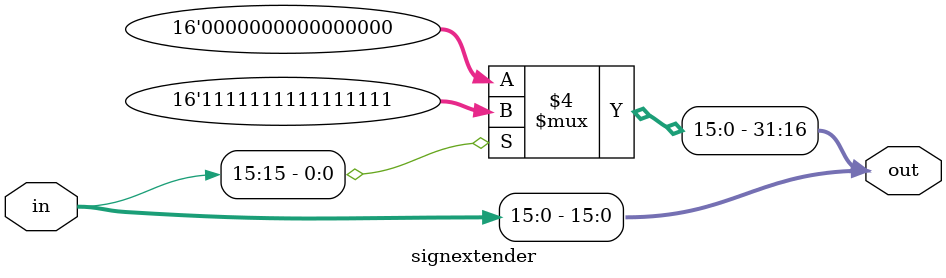
<source format=v>
module signextender(in,out);

	input [15:0]in;
	output [31:0]out;
	reg [31:0]out;

	always @ (in)
		begin

			if(in[15]==1)
			begin
				out[15:0]=in[15:0];
				out[31:16]=16'b1111111111111111;	
			end
			else 
			begin
				out[15:0]=in[15:0];
				out[31:16]=16'b0000000000000000;
			end
		end

endmodule

/*module tb_signex;

	reg [15:0]in;
	wire [31:0]out;

	signextender sex(in,out);

	initial
	begin
		#0 in=16'b1001000100100000;
		#5 $display("\nInput: %b | Output: %b",in,out);
		#5 in=16'b0001100100101000;
		#5 $display("\nInput: %b | Output: %b\n",in,out);
		#5 $finish; 
	end

	initial
		begin
			$dumpfile("signex.vcd");
			$dumpvars;
		end


endmodule*/
</source>
